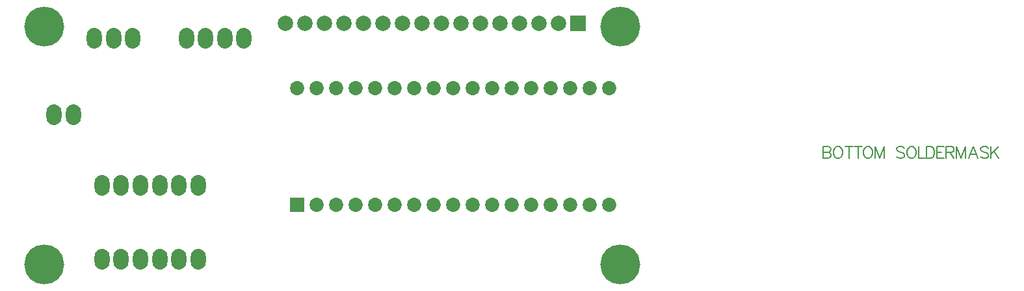
<source format=gbs>
G04 Layer_Color=16711935*
%FSLAX43Y43*%
%MOMM*%
G71*
G01*
G75*
%ADD28C,0.178*%
%ADD54C,2.003*%
%ADD55R,2.003X2.003*%
%ADD56C,5.203*%
%ADD57O,1.953X2.703*%
%ADD58R,1.854X1.854*%
%ADD59C,1.854*%
D28*
X173990Y59944D02*
Y58420D01*
Y59944D02*
X174643D01*
X174861Y59871D01*
X174933Y59799D01*
X175006Y59653D01*
Y59508D01*
X174933Y59363D01*
X174861Y59291D01*
X174643Y59218D01*
X173990D02*
X174643D01*
X174861Y59146D01*
X174933Y59073D01*
X175006Y58928D01*
Y58710D01*
X174933Y58565D01*
X174861Y58493D01*
X174643Y58420D01*
X173990D01*
X175782Y59944D02*
X175637Y59871D01*
X175492Y59726D01*
X175419Y59581D01*
X175347Y59363D01*
Y59000D01*
X175419Y58783D01*
X175492Y58638D01*
X175637Y58493D01*
X175782Y58420D01*
X176072D01*
X176217Y58493D01*
X176363Y58638D01*
X176435Y58783D01*
X176508Y59000D01*
Y59363D01*
X176435Y59581D01*
X176363Y59726D01*
X176217Y59871D01*
X176072Y59944D01*
X175782D01*
X177371D02*
Y58420D01*
X176863Y59944D02*
X177879D01*
X178568D02*
Y58420D01*
X178060Y59944D02*
X179076D01*
X179693D02*
X179548Y59871D01*
X179403Y59726D01*
X179330Y59581D01*
X179258Y59363D01*
Y59000D01*
X179330Y58783D01*
X179403Y58638D01*
X179548Y58493D01*
X179693Y58420D01*
X179983D01*
X180128Y58493D01*
X180273Y58638D01*
X180346Y58783D01*
X180418Y59000D01*
Y59363D01*
X180346Y59581D01*
X180273Y59726D01*
X180128Y59871D01*
X179983Y59944D01*
X179693D01*
X180774D02*
Y58420D01*
Y59944D02*
X181354Y58420D01*
X181935Y59944D02*
X181354Y58420D01*
X181935Y59944D02*
Y58420D01*
X184583Y59726D02*
X184438Y59871D01*
X184220Y59944D01*
X183930D01*
X183712Y59871D01*
X183567Y59726D01*
Y59581D01*
X183640Y59436D01*
X183712Y59363D01*
X183858Y59291D01*
X184293Y59146D01*
X184438Y59073D01*
X184511Y59000D01*
X184583Y58855D01*
Y58638D01*
X184438Y58493D01*
X184220Y58420D01*
X183930D01*
X183712Y58493D01*
X183567Y58638D01*
X185360Y59944D02*
X185214Y59871D01*
X185069Y59726D01*
X184997Y59581D01*
X184924Y59363D01*
Y59000D01*
X184997Y58783D01*
X185069Y58638D01*
X185214Y58493D01*
X185360Y58420D01*
X185650D01*
X185795Y58493D01*
X185940Y58638D01*
X186013Y58783D01*
X186085Y59000D01*
Y59363D01*
X186013Y59581D01*
X185940Y59726D01*
X185795Y59871D01*
X185650Y59944D01*
X185360D01*
X186441D02*
Y58420D01*
X187311D01*
X187478Y59944D02*
Y58420D01*
Y59944D02*
X187986D01*
X188204Y59871D01*
X188349Y59726D01*
X188421Y59581D01*
X188494Y59363D01*
Y59000D01*
X188421Y58783D01*
X188349Y58638D01*
X188204Y58493D01*
X187986Y58420D01*
X187478D01*
X189778Y59944D02*
X188835D01*
Y58420D01*
X189778D01*
X188835Y59218D02*
X189415D01*
X190032Y59944D02*
Y58420D01*
Y59944D02*
X190685D01*
X190903Y59871D01*
X190975Y59799D01*
X191048Y59653D01*
Y59508D01*
X190975Y59363D01*
X190903Y59291D01*
X190685Y59218D01*
X190032D01*
X190540D02*
X191048Y58420D01*
X191389Y59944D02*
Y58420D01*
Y59944D02*
X191969Y58420D01*
X192550Y59944D02*
X191969Y58420D01*
X192550Y59944D02*
Y58420D01*
X194146D02*
X193566Y59944D01*
X192985Y58420D01*
X193203Y58928D02*
X193928D01*
X195517Y59726D02*
X195372Y59871D01*
X195155Y59944D01*
X194864D01*
X194647Y59871D01*
X194502Y59726D01*
Y59581D01*
X194574Y59436D01*
X194647Y59363D01*
X194792Y59291D01*
X195227Y59146D01*
X195372Y59073D01*
X195445Y59000D01*
X195517Y58855D01*
Y58638D01*
X195372Y58493D01*
X195155Y58420D01*
X194864D01*
X194647Y58493D01*
X194502Y58638D01*
X195858Y59944D02*
Y58420D01*
X196874Y59944D02*
X195858Y58928D01*
X196221Y59291D02*
X196874Y58420D01*
D54*
X103980Y76080D02*
D03*
X106520D02*
D03*
X109060D02*
D03*
X111600D02*
D03*
X114140D02*
D03*
X116680D02*
D03*
X119220D02*
D03*
X121760D02*
D03*
X124300D02*
D03*
X126840D02*
D03*
X129380D02*
D03*
X131920D02*
D03*
X134460D02*
D03*
X137000D02*
D03*
X139540D02*
D03*
D55*
X142080D02*
D03*
D56*
X147580Y75580D02*
D03*
Y44580D02*
D03*
X72580D02*
D03*
Y75580D02*
D03*
D57*
X91080Y74080D02*
D03*
X96080D02*
D03*
X98580D02*
D03*
X93580D02*
D03*
X76330Y64080D02*
D03*
X73830D02*
D03*
X81580Y74080D02*
D03*
X84080D02*
D03*
X79080D02*
D03*
X80090Y45212D02*
D03*
X82590D02*
D03*
X85090D02*
D03*
X90090D02*
D03*
X92590D02*
D03*
X87590D02*
D03*
X80090Y54864D02*
D03*
X82590D02*
D03*
X85090D02*
D03*
X90090D02*
D03*
X92590D02*
D03*
X87590D02*
D03*
D58*
X105520Y52340D02*
D03*
D59*
X108060D02*
D03*
X110600D02*
D03*
X113140D02*
D03*
X115680D02*
D03*
X118220D02*
D03*
X120760D02*
D03*
X123300D02*
D03*
X125840D02*
D03*
X128380D02*
D03*
X130920D02*
D03*
X133460D02*
D03*
X136000D02*
D03*
X138540D02*
D03*
X141080D02*
D03*
X143620D02*
D03*
X146160D02*
D03*
Y67580D02*
D03*
X143620D02*
D03*
X141080D02*
D03*
X138540D02*
D03*
X136000D02*
D03*
X133460D02*
D03*
X130920D02*
D03*
X128380D02*
D03*
X125840D02*
D03*
X123300D02*
D03*
X120760D02*
D03*
X118220D02*
D03*
X115680D02*
D03*
X113140D02*
D03*
X110600D02*
D03*
X108060D02*
D03*
X105520D02*
D03*
M02*

</source>
